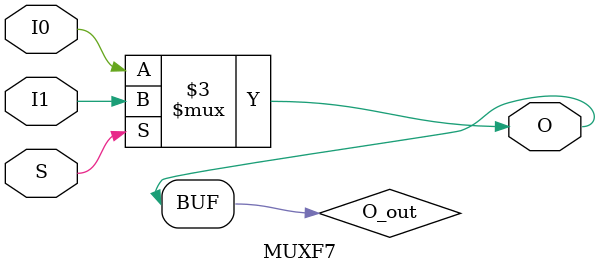
<source format=v>

`timescale  1 ps / 1 ps

`celldefine

module MUXF7 (O, I0, I1, S);


`ifdef XIL_TIMING

    parameter LOC = "UNPLACED";

`endif

    
    output O;
    input I0, I1, S;

    reg O_out;

    always @(I0 or I1 or S) 
	if (S)
	    O_out = I1;
	else
	    O_out = I0;

    assign O = O_out;
    
`ifdef XIL_TIMING

    specify
                                                                                 
        (I0 => O) = (0:0:0, 0:0:0);
        (I1 => O) = (0:0:0, 0:0:0);
	(S => O) = (0:0:0, 0:0:0);
        specparam PATHPULSE$ = 0;
                                                                                 
    endspecify

`endif
    
endmodule

`endcelldefine


</source>
